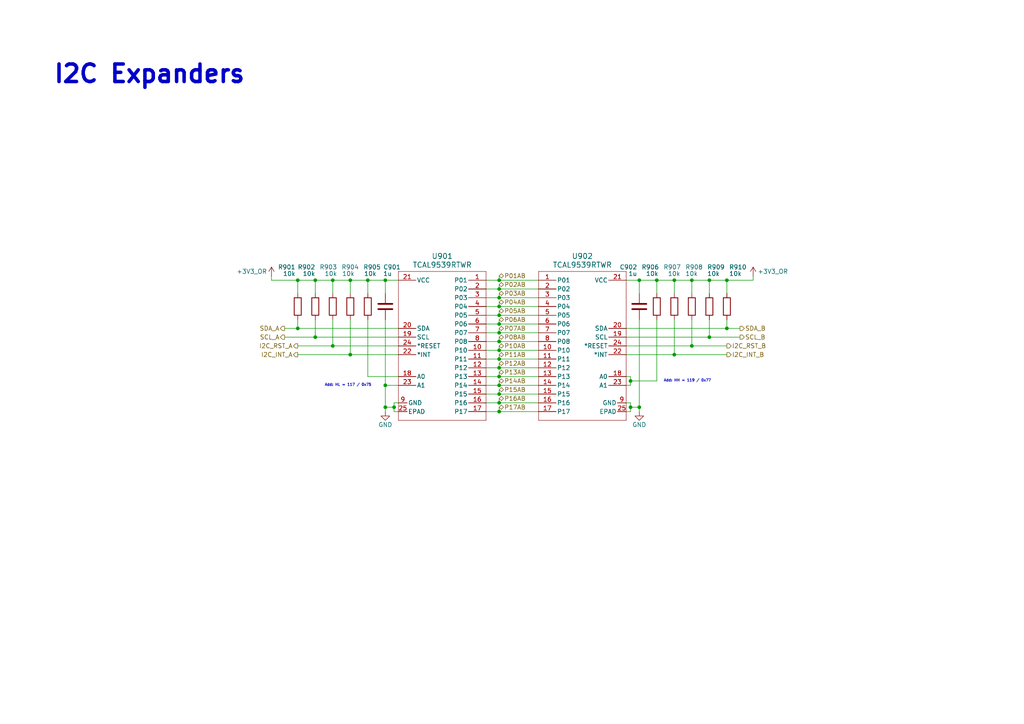
<source format=kicad_sch>
(kicad_sch (version 20250114) (generator "eeschema") (generator_version "9.0")
  (paper "A4")
  (title_block (title "bac EPS v1") (date "2024-09-30") (rev "1") (company "Build a CubeSat") (comment 1 "Manuel Imboden") (comment 2 "CC BY-SA 4.0") (comment 3 "https://buildacubesat.space"))
  (lib_symbols
    (symbol "Device:C" (pin_numbers (hide yes)) (pin_names (offset 0.254))
      (property "Reference" "C" (at 0.635 2.54 0))
      (property "Value" "C" (at 0.635 -2.54 0))
      (symbol "C_0_1"
        (polyline (pts (xy -2.032 0.762) (xy 2.032 0.762)) (stroke (width 0.508)))
        (polyline (pts (xy -2.032 -0.762) (xy 2.032 -0.762)) (stroke (width 0.508)))
      )
      (symbol "C_1_1"
        (pin passive line (at 0 3.81 270) (length 2.794) (name "~") (number "1"))
        (pin passive line (at 0 -3.81 90) (length 2.794) (name "~") (number "2"))
      )
    )
    (symbol "Device:R" (pin_numbers (hide yes)) (pin_names (offset 0))
      (property "Reference" "R" (at 2.032 0 90))
      (property "Value" "R" (at 0 0 90))
      (symbol "R_0_1"
        (rectangle (start -1.016 -2.54) (end 1.016 2.54) (stroke (width 0.254)))
      )
      (symbol "R_1_1"
        (pin passive line (at 0 3.81 270) (length 1.27) (name "~") (number "1"))
        (pin passive line (at 0 -3.81 90) (length 1.27) (name "~") (number "2"))
      )
    )
    (symbol "bac EPS v1:+3V3_OR" (power) (pin_numbers (hide yes)) (pin_names (offset 0) (hide yes))
      (property "Value" "+3V3_OR" (at -5.334 1.016 0))
      (symbol "+3V3_OR_0_1"
        (polyline (pts (xy -0.762 1.27) (xy 0 2.54)))
        (polyline (pts (xy 0 2.54) (xy 0.762 1.27)))
        (polyline (pts (xy 0 0) (xy 0 2.54)))
      )
      (symbol "+3V3_OR_1_1"
        (pin power_in line (at 0 0 90) (length 0) (name "~") (number "1"))
      )
    )
    (symbol "bac EPS v1:TI TCAL9539RTWR" (pin_names (offset 0.254))
      (property "Reference" "U" (at 0 25.4 0))
      (property "Value" "TI TCAL9539RTWR" (at 0 22.86 0))
      (symbol "TI TCAL9539RTWR_0_1"
        (polyline (pts (xy -12.7 20.32) (xy -12.7 -22.86)) (stroke (width 0.127)))
        (polyline (pts (xy -12.7 -22.86) (xy 12.7 -22.86)) (stroke (width 0.127)))
        (polyline (pts (xy 12.7 20.32) (xy -12.7 20.32)) (stroke (width 0.127)))
        (polyline (pts (xy 12.7 -22.86) (xy 12.7 20.32)) (stroke (width 0.127)))
        (pin bidirectional line (at -12.7 -2.54 0) (length 5.08) (name "P10") (number "10"))
        (pin bidirectional line (at -12.7 -5.08 0) (length 5.08) (name "P11") (number "11"))
        (pin bidirectional line (at -12.7 -7.62 0) (length 5.08) (name "P12") (number "12"))
        (pin bidirectional line (at -12.7 -10.16 0) (length 5.08) (name "P13") (number "13"))
        (pin bidirectional line (at -12.7 -12.7 0) (length 5.08) (name "P14") (number "14"))
        (pin bidirectional line (at -12.7 -15.24 0) (length 5.08) (name "P15") (number "15"))
        (pin bidirectional line (at -12.7 -17.78 0) (length 5.08) (name "P16") (number "16"))
        (pin bidirectional line (at -12.7 -20.32 0) (length 5.08) (name "P17") (number "17"))
        (pin power_in line (at 12.7 17.78 180) (length 5.08) (name "VCC") (number "21"))
        (pin bidirectional line (at 12.7 3.81 180) (length 5.08) (name "SDA") (number "20"))
        (pin input line (at 12.7 1.27 180) (length 5.08) (name "SCL") (number "19"))
        (pin input line (at 12.7 -1.27 180) (length 5.08) (name "*RESET") (number "24"))
        (pin output line (at 12.7 -3.81 180) (length 5.08) (name "*INT") (number "22"))
        (pin input line (at 12.7 -10.16 180) (length 5.08) (name "A0") (number "18"))
        (pin input line (at 12.7 -12.7 180) (length 5.08) (name "A1") (number "23"))
        (pin power_in line (at 12.7 -17.78 180) (length 2.54) (name "GND") (number "9"))
        (pin power_in line (at 12.7 -20.32 180) (length 2.54) (name "EPAD") (number "25"))
      )
      (symbol "TI TCAL9539RTWR_1_1"
        (pin bidirectional line (at -12.7 17.78 0) (length 5.08) (name "P01") (number "1"))
        (pin bidirectional line (at -12.7 15.24 0) (length 5.08) (name "P02") (number "2"))
        (pin bidirectional line (at -12.7 12.7 0) (length 5.08) (name "P03") (number "3"))
        (pin bidirectional line (at -12.7 10.16 0) (length 5.08) (name "P04") (number "4"))
        (pin bidirectional line (at -12.7 7.62 0) (length 5.08) (name "P05") (number "5"))
        (pin bidirectional line (at -12.7 5.08 0) (length 5.08) (name "P06") (number "6"))
        (pin bidirectional line (at -12.7 2.54 0) (length 5.08) (name "P07") (number "7"))
        (pin bidirectional line (at -12.7 0 0) (length 5.08) (name "P08") (number "8"))
      )
    )
    (symbol "power:GND" (power) (pin_numbers (hide yes)) (pin_names (offset 0) (hide yes))
      (property "Value" "GND" (at 0 -3.81 0))
      (symbol "GND_0_1"
        (polyline (pts (xy 0 0) (xy 0 -1.27) (xy 1.27 -1.27) (xy 0 -2.54) (xy -1.27 -1.27) (xy 0 -1.27)))
      )
      (symbol "GND_1_1"
        (pin power_in line (at 0 0 270) (length 0) (name "~") (number "1"))
      )
    )
  )
  (text "Add: HL = 117 / 0x75" (at 100.965 111.76 0) (effects (font (size 0.762 0.762))))
  (text "I2C Expanders" (at 15.24 21.59 0) (effects (font (size 5.08 5.08) (thickness 1.016) (bold yes)) (justify left)))
  (text "Add: HH = 119 / 0x77" (at 199.39 110.49 0) (effects (font (size 0.762 0.762))))
  (junction (at 182.88 118.11))
  (junction (at 144.78 93.98))
  (junction (at 190.5 81.28))
  (junction (at 91.44 81.28))
  (junction (at 106.68 81.28))
  (junction (at 200.66 100.33))
  (junction (at 144.78 111.76))
  (junction (at 144.78 114.3))
  (junction (at 96.52 100.33))
  (junction (at 210.82 81.28))
  (junction (at 144.78 83.82))
  (junction (at 111.76 118.11))
  (junction (at 195.58 81.28))
  (junction (at 144.78 119.38))
  (junction (at 185.42 81.28))
  (junction (at 205.74 81.28))
  (junction (at 96.52 81.28))
  (junction (at 182.88 110.49))
  (junction (at 86.36 95.25))
  (junction (at 144.78 88.9))
  (junction (at 144.78 81.28))
  (junction (at 144.78 106.68))
  (junction (at 200.66 81.28))
  (junction (at 86.36 81.28))
  (junction (at 111.76 111.76))
  (junction (at 114.3 118.11))
  (junction (at 210.82 95.25))
  (junction (at 144.78 99.06))
  (junction (at 144.78 101.6))
  (junction (at 101.6 81.28))
  (junction (at 195.58 102.87))
  (junction (at 185.42 118.11))
  (junction (at 111.76 81.28))
  (junction (at 205.74 97.79))
  (junction (at 144.78 104.14))
  (junction (at 91.44 97.79))
  (junction (at 144.78 86.36))
  (junction (at 144.78 109.22))
  (junction (at 144.78 116.84))
  (junction (at 144.78 96.52))
  (junction (at 144.78 91.44))
  (junction (at 101.6 102.87))
  (wire (pts (xy 214.63 95.25) (xy 210.82 95.25)))
  (wire (pts (xy 144.78 107.95) (xy 144.78 109.22)))
  (wire (pts (xy 115.57 116.84) (xy 114.3 116.84)))
  (wire (pts (xy 91.44 97.79) (xy 115.57 97.79)))
  (wire (pts (xy 78.74 81.28) (xy 78.74 80.01)))
  (wire (pts (xy 86.36 92.71) (xy 86.36 95.25)))
  (wire (pts (xy 106.68 109.22) (xy 115.57 109.22)))
  (wire (pts (xy 111.76 111.76) (xy 111.76 118.11)))
  (wire (pts (xy 200.66 81.28) (xy 200.66 85.09)))
  (wire (pts (xy 106.68 92.71) (xy 106.68 109.22)))
  (wire (pts (xy 111.76 81.28) (xy 115.57 81.28)))
  (wire (pts (xy 106.68 81.28) (xy 111.76 81.28)))
  (wire (pts (xy 101.6 81.28) (xy 106.68 81.28)))
  (wire (pts (xy 140.97 111.76) (xy 144.78 111.76)))
  (wire (pts (xy 182.88 110.49) (xy 182.88 111.76)))
  (wire (pts (xy 101.6 102.87) (xy 86.36 102.87)))
  (wire (pts (xy 114.3 116.84) (xy 114.3 118.11)))
  (wire (pts (xy 182.88 116.84) (xy 182.88 118.11)))
  (wire (pts (xy 200.66 81.28) (xy 205.74 81.28)))
  (wire (pts (xy 144.78 102.87) (xy 144.78 104.14)))
  (wire (pts (xy 140.97 106.68) (xy 144.78 106.68)))
  (wire (pts (xy 144.78 119.38) (xy 156.21 119.38)))
  (wire (pts (xy 144.78 106.68) (xy 156.21 106.68)))
  (wire (pts (xy 144.78 115.57) (xy 144.78 116.84)))
  (wire (pts (xy 144.78 93.98) (xy 156.21 93.98)))
  (wire (pts (xy 140.97 104.14) (xy 144.78 104.14)))
  (wire (pts (xy 144.78 114.3) (xy 156.21 114.3)))
  (wire (pts (xy 140.97 101.6) (xy 144.78 101.6)))
  (wire (pts (xy 144.78 97.79) (xy 144.78 99.06)))
  (wire (pts (xy 144.78 109.22) (xy 156.21 109.22)))
  (wire (pts (xy 181.61 97.79) (xy 205.74 97.79)))
  (wire (pts (xy 181.61 116.84) (xy 182.88 116.84)))
  (wire (pts (xy 205.74 97.79) (xy 214.63 97.79)))
  (wire (pts (xy 111.76 118.11) (xy 114.3 118.11)))
  (wire (pts (xy 144.78 105.41) (xy 144.78 106.68)))
  (wire (pts (xy 111.76 118.11) (xy 111.76 119.38)))
  (wire (pts (xy 140.97 88.9) (xy 144.78 88.9)))
  (wire (pts (xy 82.55 95.25) (xy 86.36 95.25)))
  (wire (pts (xy 218.44 80.01) (xy 218.44 81.28)))
  (wire (pts (xy 114.3 119.38) (xy 115.57 119.38)))
  (wire (pts (xy 182.88 110.49) (xy 190.5 110.49)))
  (wire (pts (xy 195.58 92.71) (xy 195.58 102.87)))
  (wire (pts (xy 195.58 102.87) (xy 210.82 102.87)))
  (wire (pts (xy 86.36 81.28) (xy 91.44 81.28)))
  (wire (pts (xy 144.78 85.09) (xy 144.78 86.36)))
  (wire (pts (xy 86.36 95.25) (xy 115.57 95.25)))
  (wire (pts (xy 181.61 95.25) (xy 210.82 95.25)))
  (wire (pts (xy 210.82 92.71) (xy 210.82 95.25)))
  (wire (pts (xy 144.78 81.28) (xy 156.21 81.28)))
  (wire (pts (xy 96.52 92.71) (xy 96.52 100.33)))
  (wire (pts (xy 78.74 81.28) (xy 86.36 81.28)))
  (wire (pts (xy 144.78 110.49) (xy 144.78 111.76)))
  (wire (pts (xy 144.78 101.6) (xy 156.21 101.6)))
  (wire (pts (xy 182.88 109.22) (xy 182.88 110.49)))
  (wire (pts (xy 140.97 119.38) (xy 144.78 119.38)))
  (wire (pts (xy 140.97 86.36) (xy 144.78 86.36)))
  (wire (pts (xy 140.97 99.06) (xy 144.78 99.06)))
  (wire (pts (xy 144.78 83.82) (xy 156.21 83.82)))
  (wire (pts (xy 190.5 92.71) (xy 190.5 110.49)))
  (wire (pts (xy 185.42 92.71) (xy 185.42 118.11)))
  (wire (pts (xy 106.68 81.28) (xy 106.68 85.09)))
  (wire (pts (xy 86.36 81.28) (xy 86.36 85.09)))
  (wire (pts (xy 210.82 81.28) (xy 218.44 81.28)))
  (wire (pts (xy 182.88 119.38) (xy 181.61 119.38)))
  (wire (pts (xy 210.82 81.28) (xy 210.82 85.09)))
  (wire (pts (xy 181.61 100.33) (xy 200.66 100.33)))
  (wire (pts (xy 182.88 118.11) (xy 185.42 118.11)))
  (wire (pts (xy 144.78 88.9) (xy 156.21 88.9)))
  (wire (pts (xy 185.42 81.28) (xy 185.42 85.09)))
  (wire (pts (xy 195.58 81.28) (xy 195.58 85.09)))
  (wire (pts (xy 140.97 81.28) (xy 144.78 81.28)))
  (wire (pts (xy 144.78 91.44) (xy 156.21 91.44)))
  (wire (pts (xy 101.6 102.87) (xy 115.57 102.87)))
  (wire (pts (xy 91.44 92.71) (xy 91.44 97.79)))
  (wire (pts (xy 96.52 81.28) (xy 96.52 85.09)))
  (wire (pts (xy 144.78 99.06) (xy 156.21 99.06)))
  (wire (pts (xy 140.97 96.52) (xy 144.78 96.52)))
  (wire (pts (xy 144.78 96.52) (xy 156.21 96.52)))
  (wire (pts (xy 91.44 81.28) (xy 91.44 85.09)))
  (wire (pts (xy 144.78 113.03) (xy 144.78 114.3)))
  (wire (pts (xy 96.52 81.28) (xy 101.6 81.28)))
  (wire (pts (xy 96.52 100.33) (xy 86.36 100.33)))
  (wire (pts (xy 205.74 81.28) (xy 210.82 81.28)))
  (wire (pts (xy 140.97 93.98) (xy 144.78 93.98)))
  (wire (pts (xy 182.88 118.11) (xy 182.88 119.38)))
  (wire (pts (xy 144.78 104.14) (xy 156.21 104.14)))
  (wire (pts (xy 144.78 118.11) (xy 144.78 119.38)))
  (wire (pts (xy 96.52 100.33) (xy 115.57 100.33)))
  (wire (pts (xy 101.6 92.71) (xy 101.6 102.87)))
  (wire (pts (xy 101.6 81.28) (xy 101.6 85.09)))
  (wire (pts (xy 114.3 118.11) (xy 114.3 119.38)))
  (wire (pts (xy 144.78 90.17) (xy 144.78 91.44)))
  (wire (pts (xy 144.78 92.71) (xy 144.78 93.98)))
  (wire (pts (xy 181.61 109.22) (xy 182.88 109.22)))
  (wire (pts (xy 140.97 109.22) (xy 144.78 109.22)))
  (wire (pts (xy 144.78 82.55) (xy 144.78 83.82)))
  (wire (pts (xy 205.74 81.28) (xy 205.74 85.09)))
  (wire (pts (xy 140.97 116.84) (xy 144.78 116.84)))
  (wire (pts (xy 181.61 102.87) (xy 195.58 102.87)))
  (wire (pts (xy 144.78 116.84) (xy 156.21 116.84)))
  (wire (pts (xy 144.78 80.01) (xy 144.78 81.28)))
  (wire (pts (xy 144.78 86.36) (xy 156.21 86.36)))
  (wire (pts (xy 91.44 97.79) (xy 82.55 97.79)))
  (wire (pts (xy 144.78 95.25) (xy 144.78 96.52)))
  (wire (pts (xy 181.61 111.76) (xy 182.88 111.76)))
  (wire (pts (xy 140.97 91.44) (xy 144.78 91.44)))
  (wire (pts (xy 91.44 81.28) (xy 96.52 81.28)))
  (wire (pts (xy 111.76 92.71) (xy 111.76 111.76)))
  (wire (pts (xy 144.78 87.63) (xy 144.78 88.9)))
  (wire (pts (xy 185.42 81.28) (xy 181.61 81.28)))
  (wire (pts (xy 144.78 100.33) (xy 144.78 101.6)))
  (wire (pts (xy 185.42 118.11) (xy 185.42 119.38)))
  (wire (pts (xy 140.97 114.3) (xy 144.78 114.3)))
  (wire (pts (xy 190.5 81.28) (xy 185.42 81.28)))
  (wire (pts (xy 200.66 100.33) (xy 210.82 100.33)))
  (wire (pts (xy 200.66 92.71) (xy 200.66 100.33)))
  (wire (pts (xy 144.78 111.76) (xy 156.21 111.76)))
  (wire (pts (xy 111.76 111.76) (xy 115.57 111.76)))
  (wire (pts (xy 111.76 81.28) (xy 111.76 85.09)))
  (wire (pts (xy 140.97 83.82) (xy 144.78 83.82)))
  (wire (pts (xy 190.5 81.28) (xy 195.58 81.28)))
  (wire (pts (xy 190.5 81.28) (xy 190.5 85.09)))
  (wire (pts (xy 205.74 92.71) (xy 205.74 97.79)))
  (wire (pts (xy 195.58 81.28) (xy 200.66 81.28)))
  (hierarchical_label "P14AB" (shape bidirectional) (at 144.78 110.49 0))
  (hierarchical_label "SDA_A" (shape output) (at 82.55 95.25 180))
  (hierarchical_label "P11AB" (shape bidirectional) (at 144.78 102.87 0))
  (hierarchical_label "P17AB" (shape bidirectional) (at 144.78 118.11 0))
  (hierarchical_label "P03AB" (shape bidirectional) (at 144.78 85.09 0))
  (hierarchical_label "P04AB" (shape bidirectional) (at 144.78 87.63 0))
  (hierarchical_label "P01AB" (shape bidirectional) (at 144.78 80.01 0))
  (hierarchical_label "P10AB" (shape bidirectional) (at 144.78 100.33 0))
  (hierarchical_label "SCL_B" (shape output) (at 214.63 97.79 0))
  (hierarchical_label "P06AB" (shape bidirectional) (at 144.78 92.71 0))
  (hierarchical_label "P05AB" (shape bidirectional) (at 144.78 90.17 0))
  (hierarchical_label "I2C_RST_B" (shape output) (at 210.82 100.33 0))
  (hierarchical_label "SCL_A" (shape output) (at 82.55 97.79 180))
  (hierarchical_label "P16AB" (shape bidirectional) (at 144.78 115.57 0))
  (hierarchical_label "P08AB" (shape bidirectional) (at 144.78 97.79 0))
  (hierarchical_label "P02AB" (shape bidirectional) (at 144.78 82.55 0))
  (hierarchical_label "P13AB" (shape bidirectional) (at 144.78 107.95 0))
  (hierarchical_label "I2C_RST_A" (shape output) (at 86.36 100.33 180))
  (hierarchical_label "I2C_INT_B" (shape output) (at 210.82 102.87 0))
  (hierarchical_label "SDA_B" (shape output) (at 214.63 95.25 0))
  (hierarchical_label "I2C_INT_A" (shape output) (at 86.36 102.87 180))
  (hierarchical_label "P07AB" (shape bidirectional) (at 144.78 95.25 0))
  (hierarchical_label "P12AB" (shape bidirectional) (at 144.78 105.41 0))
  (hierarchical_label "P15AB" (shape bidirectional) (at 144.78 113.03 0))
  (symbol (lib_id "Device:R") (at 86.36 88.9 0) (mirror y) (unit 1)
    (property "Reference" "R901" (at 85.725 77.47 0) (effects (justify left)))
    (property "Value" "10k" (at 85.725 79.375 0) (effects (justify left)))
    (property "Footprint" "Resistor_SMD:R_0603_1608Metric" (effects (hide yes)))
    (property "Description" "Resistor" (effects (hide yes)))
    (property "Package" "0603" (effects (hide yes)))
    (property "Tolerance" "5%" (effects (hide yes)))
    (property "Series" "E24" (effects (hide yes)))
  )
  (symbol (lib_id "Device:R") (at 205.74 88.9 0) (unit 1)
    (property "Reference" "R909" (at 205.105 77.47 0) (effects (justify left)))
    (property "Value" "10k" (at 205.105 79.375 0) (effects (justify left)))
    (property "Footprint" "Resistor_SMD:R_0603_1608Metric" (effects (hide yes)))
    (property "Description" "Resistor" (effects (hide yes)))
    (property "Package" "0603" (effects (hide yes)))
    (property "Tolerance" "5%" (effects (hide yes)))
    (property "Series" "E24" (effects (hide yes)))
  )
  (symbol (lib_id "bac EPS v1:TI TCAL9539RTWR") (at 168.91 99.06 0) (unit 1)
    (property "Reference" "U902" (at 168.91 74.295 0) (effects (font (size 1.524 1.524))))
    (property "Value" "TCAL9539RTWR" (at 168.91 76.835 0) (effects (font (size 1.524 1.524))))
    (property "Footprint" "bac EPS v1:TI-TCAL9539RTWR" (effects (hide yes)))
    (property "Datasheet" "https://www.ti.com/lit/ds/symlink/tcal9539.pdf" (effects (hide yes)))
    (property "Description" "Low-Voltage 16-Bit I2C-Bus, SMBus I/O Expander with Interrupt Output, Reset, and Configuration Registers" (effects (hide yes)))
  )
  (symbol (lib_id "Device:R") (at 91.44 88.9 0) (mirror y) (unit 1)
    (property "Reference" "R902" (at 91.44 77.47 0) (effects (justify left)))
    (property "Value" "10k" (at 91.44 79.375 0) (effects (justify left)))
    (property "Footprint" "Resistor_SMD:R_0603_1608Metric" (effects (hide yes)))
    (property "Description" "Resistor" (effects (hide yes)))
    (property "Package" "0603" (effects (hide yes)))
    (property "Tolerance" "5%" (effects (hide yes)))
    (property "Series" "E24" (effects (hide yes)))
  )
  (symbol (lib_id "Device:R") (at 195.58 88.9 0) (unit 1)
    (property "Reference" "R907" (at 192.405 77.47 0) (effects (justify left)))
    (property "Value" "10k" (at 193.675 79.375 0) (effects (justify left)))
    (property "Footprint" "Resistor_SMD:R_0603_1608Metric" (effects (hide yes)))
    (property "Description" "Resistor" (effects (hide yes)))
    (property "Package" "0603" (effects (hide yes)))
    (property "Tolerance" "5%" (effects (hide yes)))
    (property "Series" "E24" (effects (hide yes)))
  )
  (symbol (lib_id "Device:R") (at 210.82 88.9 0) (unit 1)
    (property "Reference" "R910" (at 211.455 77.47 0) (effects (justify left)))
    (property "Value" "10k" (at 211.455 79.375 0) (effects (justify left)))
    (property "Footprint" "Resistor_SMD:R_0603_1608Metric" (effects (hide yes)))
    (property "Description" "Resistor" (effects (hide yes)))
    (property "Package" "0603" (effects (hide yes)))
    (property "Tolerance" "5%" (effects (hide yes)))
    (property "Series" "E24" (effects (hide yes)))
  )
  (symbol (lib_id "Device:C") (at 111.76 88.9 180) (unit 1)
    (property "Reference" "C901" (at 111.125 77.47 0) (effects (justify right)))
    (property "Value" "1u" (at 111.125 79.375 0) (effects (justify right)))
    (property "Footprint" "Capacitor_SMD:C_0603_1608Metric" (effects (hide yes)))
    (property "Description" "Unpolarized capacitor" (effects (hide yes)))
    (property "Package" "0603" (effects (hide yes)))
    (property "Temperature Coefficient" "X7R" (effects (hide yes)))
    (property "Tolerance" "10%" (effects (hide yes)))
    (property "Rated Voltage" "35V" (effects (hide yes)))
  )
  (symbol (lib_id "bac EPS v1:+3V3_OR") (at 218.44 80.01 0) (mirror y) (unit 1)
    (property "Reference" "#PWR0904" (effects (hide yes)))
    (property "Value" "+3V3_OR" (at 224.155 78.74 0))
    (property "Description" "Power symbol creates a global label with name \"+3V3\"" (effects (hide yes)))
  )
  (symbol (lib_id "bac EPS v1:TI TCAL9539RTWR") (at 128.27 99.06 0) (mirror y) (unit 1)
    (property "Reference" "U901" (at 128.27 74.295 0) (effects (font (size 1.524 1.524))))
    (property "Value" "TCAL9539RTWR" (at 128.27 76.835 0) (effects (font (size 1.524 1.524))))
    (property "Footprint" "bac EPS v1:TI-TCAL9539RTWR" (effects (hide yes)))
    (property "Datasheet" "https://www.ti.com/lit/ds/symlink/tcal9539.pdf" (effects (hide yes)))
    (property "Description" "Low-Voltage 16-Bit I2C-Bus, SMBus I/O Expander with Interrupt Output, Reset, and Configuration Registers" (effects (hide yes)))
  )
  (symbol (lib_id "power:GND") (at 185.42 119.38 0) (unit 1)
    (property "Reference" "#PWR0902" (effects (hide yes)))
    (property "Value" "GND" (at 185.42 123.19 0))
    (property "Description" "Power symbol creates a global label with name \"GND\" , ground" (effects (hide yes)))
  )
  (symbol (lib_id "Device:R") (at 101.6 88.9 0) (mirror y) (unit 1)
    (property "Reference" "R904" (at 104.14 77.47 0) (effects (justify left)))
    (property "Value" "10k" (at 102.87 79.375 0) (effects (justify left)))
    (property "Footprint" "Resistor_SMD:R_0603_1608Metric" (effects (hide yes)))
    (property "Description" "Resistor" (effects (hide yes)))
    (property "Package" "0603" (effects (hide yes)))
    (property "Tolerance" "5%" (effects (hide yes)))
    (property "Series" "E24" (effects (hide yes)))
  )
  (symbol (lib_id "bac EPS v1:+3V3_OR") (at 78.74 80.01 0) (unit 1)
    (property "Reference" "#PWR0903" (effects (hide yes)))
    (property "Value" "+3V3_OR" (at 73.025 78.74 0))
    (property "Description" "Power symbol creates a global label with name \"+3V3\"" (effects (hide yes)))
  )
  (symbol (lib_id "Device:R") (at 190.5 88.9 0) (unit 1)
    (property "Reference" "R906" (at 186.055 77.47 0) (effects (justify left)))
    (property "Value" "10k" (at 187.325 79.375 0) (effects (justify left)))
    (property "Footprint" "Resistor_SMD:R_0603_1608Metric" (effects (hide yes)))
    (property "Description" "Resistor" (effects (hide yes)))
    (property "Package" "0603" (effects (hide yes)))
    (property "Tolerance" "5%" (effects (hide yes)))
    (property "Series" "E24" (effects (hide yes)))
  )
  (symbol (lib_id "Device:R") (at 106.68 88.9 0) (mirror y) (unit 1)
    (property "Reference" "R905" (at 110.49 77.47 0) (effects (justify left)))
    (property "Value" "10k" (at 109.22 79.375 0) (effects (justify left)))
    (property "Footprint" "Resistor_SMD:R_0603_1608Metric" (effects (hide yes)))
    (property "Description" "Resistor" (effects (hide yes)))
    (property "Package" "0603" (effects (hide yes)))
    (property "Tolerance" "5%" (effects (hide yes)))
    (property "Series" "E24" (effects (hide yes)))
  )
  (symbol (lib_id "Device:C") (at 185.42 88.9 180) (unit 1)
    (property "Reference" "C902" (at 179.705 77.47 0) (effects (justify right)))
    (property "Value" "1u" (at 182.245 79.375 0) (effects (justify right)))
    (property "Footprint" "Capacitor_SMD:C_0603_1608Metric" (effects (hide yes)))
    (property "Description" "Unpolarized capacitor" (effects (hide yes)))
    (property "Package" "0603" (effects (hide yes)))
    (property "Temperature Coefficient" "X7R" (effects (hide yes)))
    (property "Tolerance" "10%" (effects (hide yes)))
    (property "Rated Voltage" "35V" (effects (hide yes)))
  )
  (symbol (lib_id "power:GND") (at 111.76 119.38 0) (mirror y) (unit 1)
    (property "Reference" "#PWR0901" (effects (hide yes)))
    (property "Value" "GND" (at 111.76 123.19 0))
    (property "Description" "Power symbol creates a global label with name \"GND\" , ground" (effects (hide yes)))
  )
  (symbol (lib_id "Device:R") (at 96.52 88.9 0) (mirror y) (unit 1)
    (property "Reference" "R903" (at 97.79 77.47 0) (effects (justify left)))
    (property "Value" "10k" (at 97.79 79.375 0) (effects (justify left)))
    (property "Footprint" "Resistor_SMD:R_0603_1608Metric" (effects (hide yes)))
    (property "Description" "Resistor" (effects (hide yes)))
    (property "Package" "0603" (effects (hide yes)))
    (property "Tolerance" "5%" (effects (hide yes)))
    (property "Series" "E24" (effects (hide yes)))
  )
  (symbol (lib_id "Device:R") (at 200.66 88.9 0) (unit 1)
    (property "Reference" "R908" (at 198.755 77.47 0) (effects (justify left)))
    (property "Value" "10k" (at 198.755 79.375 0) (effects (justify left)))
    (property "Footprint" "Resistor_SMD:R_0603_1608Metric" (effects (hide yes)))
    (property "Description" "Resistor" (effects (hide yes)))
    (property "Package" "0603" (effects (hide yes)))
    (property "Tolerance" "5%" (effects (hide yes)))
    (property "Series" "E24" (effects (hide yes)))
  )
)
</source>
